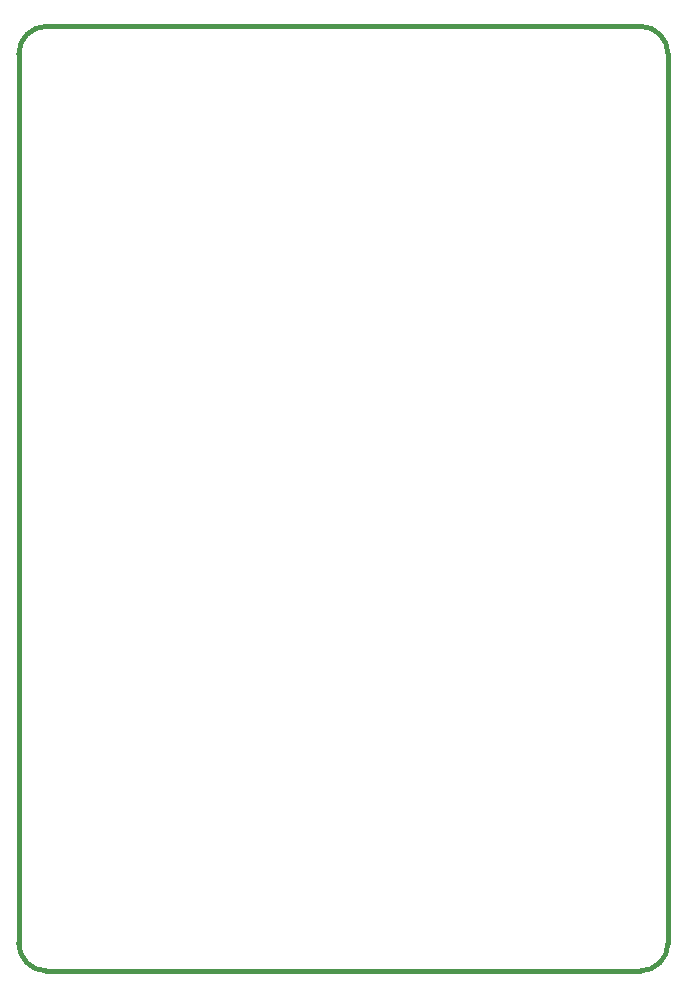
<source format=gm1>
%TF.GenerationSoftware,KiCad,Pcbnew,9.0.0*%
%TF.CreationDate,2025-03-03T22:11:57+00:00*%
%TF.ProjectId,StepUp,53746570-5570-42e6-9b69-6361645f7063,v0.3*%
%TF.SameCoordinates,Original*%
%TF.FileFunction,Profile,NP*%
%FSLAX45Y45*%
G04 Gerber Fmt 4.5, Leading zero omitted, Abs format (unit mm)*
G04 Created by KiCad (PCBNEW 9.0.0) date 2025-03-03 22:11:57*
%MOMM*%
%LPD*%
G01*
G04 APERTURE LIST*
%TA.AperFunction,Profile*%
%ADD10C,0.400000*%
%TD*%
G04 APERTURE END LIST*
D10*
X5641170Y-5246170D02*
X5641170Y-12773830D01*
X5876170Y-13008830D02*
X10903830Y-13008830D01*
X5641170Y-5246170D02*
G75*
G02*
X5876170Y-5011170I235000J0D01*
G01*
X11138830Y-5246170D02*
X11138830Y-12773830D01*
X11138830Y-12773830D02*
G75*
G02*
X10903830Y-13008830I-235000J0D01*
G01*
X5876170Y-13008830D02*
G75*
G02*
X5641170Y-12773830I0J235000D01*
G01*
X5876170Y-5011170D02*
X10903830Y-5011170D01*
X10903830Y-5011170D02*
G75*
G02*
X11138830Y-5246170I0J-235000D01*
G01*
M02*

</source>
